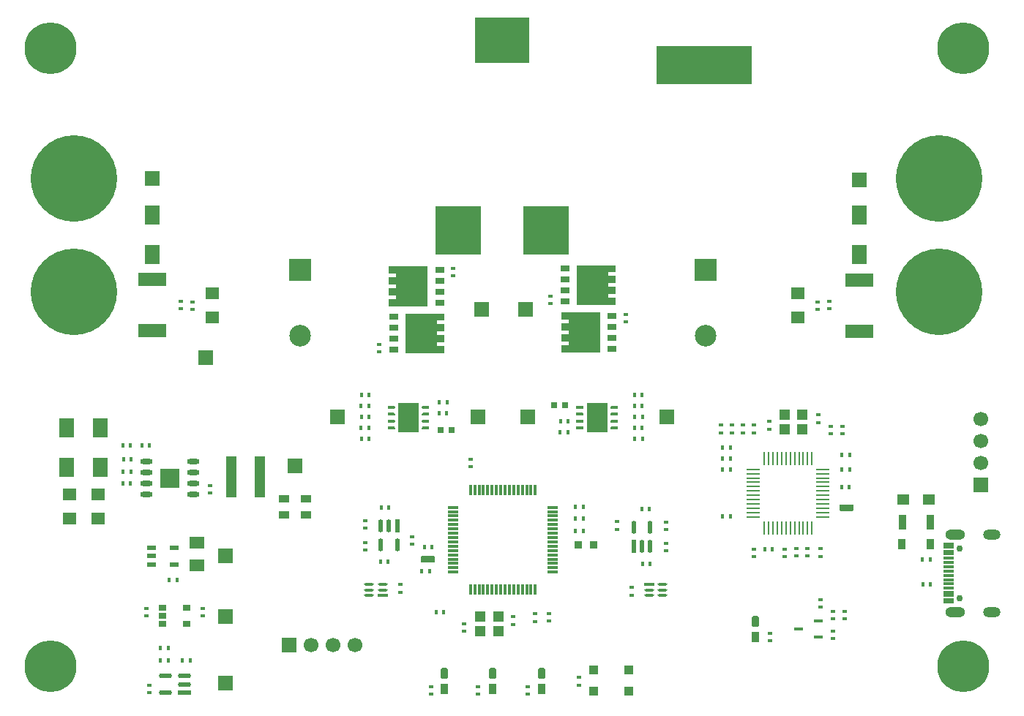
<source format=gts>
G04*
G04 #@! TF.GenerationSoftware,Altium Limited,Altium Designer,24.7.2 (38)*
G04*
G04 Layer_Color=8388736*
%FSLAX44Y44*%
%MOMM*%
G71*
G04*
G04 #@! TF.SameCoordinates,1A42ED2C-D2DC-4C4E-9266-FAA71F5D9F86*
G04*
G04*
G04 #@! TF.FilePolarity,Negative*
G04*
G01*
G75*
%ADD22O,0.2500X1.5500*%
%ADD23O,1.5500X0.2500*%
%ADD24R,0.5000X0.4000*%
%ADD25R,1.3000X1.2000*%
%ADD26R,0.4000X0.5000*%
%ADD27R,1.3500X1.2000*%
%ADD28R,0.8500X1.8000*%
%ADD29R,1.1500X0.3000*%
%ADD30R,1.1481X0.2997*%
%ADD31R,0.9140X1.2190*%
%ADD32R,1.0000X0.4500*%
%ADD33R,0.8890X1.2700*%
G04:AMPARAMS|DCode=34|XSize=1.27mm|YSize=0.889mm|CornerRadius=0mm|HoleSize=0mm|Usage=FLASHONLY|Rotation=90.000|XOffset=0mm|YOffset=0mm|HoleType=Round|Shape=Octagon|*
%AMOCTAGOND34*
4,1,8,0.2223,0.6350,-0.2223,0.6350,-0.4445,0.4128,-0.4445,-0.4128,-0.2223,-0.6350,0.2223,-0.6350,0.4445,-0.4128,0.4445,0.4128,0.2223,0.6350,0.0*
%
%ADD34OCTAGOND34*%

%ADD35R,1.1000X1.0000*%
%ADD36R,0.5721X1.5052*%
G04:AMPARAMS|DCode=37|XSize=1.5052mm|YSize=0.5721mm|CornerRadius=0.2861mm|HoleSize=0mm|Usage=FLASHONLY|Rotation=270.000|XOffset=0mm|YOffset=0mm|HoleType=Round|Shape=RoundedRectangle|*
%AMROUNDEDRECTD37*
21,1,1.5052,0.0000,0,0,270.0*
21,1,0.9331,0.5721,0,0,270.0*
1,1,0.5721,0.0000,-0.4666*
1,1,0.5721,0.0000,0.4666*
1,1,0.5721,0.0000,0.4666*
1,1,0.5721,0.0000,-0.4666*
%
%ADD37ROUNDEDRECTD37*%
%ADD38R,1.1640X0.3358*%
G04:AMPARAMS|DCode=39|XSize=1.164mm|YSize=0.3358mm|CornerRadius=0.1679mm|HoleSize=0mm|Usage=FLASHONLY|Rotation=180.000|XOffset=0mm|YOffset=0mm|HoleType=Round|Shape=RoundedRectangle|*
%AMROUNDEDRECTD39*
21,1,1.1640,0.0000,0,0,180.0*
21,1,0.8281,0.3358,0,0,180.0*
1,1,0.3358,-0.4141,0.0000*
1,1,0.3358,0.4141,0.0000*
1,1,0.3358,0.4141,0.0000*
1,1,0.3358,-0.4141,0.0000*
%
%ADD39ROUNDEDRECTD39*%
%ADD40R,0.8890X0.8890*%
%ADD41R,0.7620X0.7620*%
%ADD42R,1.2000X0.3000*%
%ADD43R,0.3000X1.2000*%
G04:AMPARAMS|DCode=44|XSize=1.5052mm|YSize=0.5721mm|CornerRadius=0.2861mm|HoleSize=0mm|Usage=FLASHONLY|Rotation=180.000|XOffset=0mm|YOffset=0mm|HoleType=Round|Shape=RoundedRectangle|*
%AMROUNDEDRECTD44*
21,1,1.5052,0.0000,0,0,180.0*
21,1,0.9331,0.5721,0,0,180.0*
1,1,0.5721,-0.4666,0.0000*
1,1,0.5721,0.4666,0.0000*
1,1,0.5721,0.4666,0.0000*
1,1,0.5721,-0.4666,0.0000*
%
%ADD44ROUNDEDRECTD44*%
%ADD45R,1.5052X0.5721*%
%ADD46R,0.9500X0.6500*%
%ADD47R,1.8000X1.4000*%
%ADD48R,1.2700X0.8890*%
%ADD49R,1.1800X4.7000*%
%ADD50R,1.0500X0.6000*%
%ADD51R,2.3000X2.3000*%
%ADD52O,1.4500X0.6000*%
%ADD53R,1.5748X1.3970*%
%ADD54R,1.7500X2.2000*%
%ADD55R,3.2000X1.6500*%
%ADD56R,6.3500X5.2800*%
%ADD57R,5.3300X5.5900*%
%ADD58R,1.0000X0.8000*%
%ADD59R,11.0000X4.5000*%
%ADD60R,1.1600X0.5900*%
%ADD61R,2.4500X3.3800*%
%ADD62C,0.3150*%
%ADD63R,1.7000X1.7000*%
%ADD64C,1.7000*%
%ADD65C,0.7500*%
%ADD66O,2.0000X1.2000*%
%ADD67O,2.3000X1.2000*%
%ADD68R,1.7000X1.7000*%
%ADD69C,10.0000*%
%ADD70R,2.5000X2.5000*%
%ADD71C,2.5000*%
%ADD72C,6.0000*%
G36*
X550750Y397290D02*
X543452D01*
X542900Y397518D01*
X542478Y397940D01*
X542250Y398492D01*
Y398790D01*
Y399290D01*
Y399588D01*
X542478Y400140D01*
X542900Y400562D01*
X543452Y400790D01*
X550750D01*
Y397290D01*
D02*
G37*
G36*
X510600Y400562D02*
X511022Y400140D01*
X511250Y399588D01*
Y399290D01*
Y398790D01*
Y398492D01*
X511022Y397940D01*
X510600Y397518D01*
X510048Y397290D01*
X502750D01*
Y400790D01*
X510048D01*
X510600Y400562D01*
D02*
G37*
G36*
X550750Y389290D02*
X543750Y389290D01*
X543452D01*
X542900Y389518D01*
X542478Y389940D01*
X542250Y390492D01*
Y390790D01*
Y391290D01*
Y391588D01*
X542478Y392140D01*
X542900Y392562D01*
X543452Y392790D01*
X550750D01*
Y389290D01*
D02*
G37*
G36*
X510600Y392562D02*
X511022Y392140D01*
X511250Y391588D01*
Y391290D01*
Y390790D01*
Y390492D01*
X511022Y389940D01*
X510600Y389518D01*
X510048Y389290D01*
X509750D01*
Y389290D01*
X502750D01*
Y392790D01*
X510048D01*
X510600Y392562D01*
D02*
G37*
G36*
X555981Y242764D02*
X556109Y242738D01*
X556233Y242696D01*
X556351Y242638D01*
X556460Y242565D01*
X556559Y242479D01*
X556645Y242380D01*
X556718Y242271D01*
X556776Y242153D01*
X556818Y242029D01*
X556843Y241901D01*
X556852Y241770D01*
Y236270D01*
X556843Y236139D01*
X556818Y236011D01*
X556776Y235886D01*
X556718Y235769D01*
X556645Y235660D01*
X556559Y235561D01*
X556460Y235475D01*
X556351Y235402D01*
X556233Y235344D01*
X556109Y235302D01*
X555981Y235276D01*
X555850Y235268D01*
X548200D01*
X548069Y235276D01*
X547941Y235302D01*
X547817Y235344D01*
X547699Y235402D01*
X547625Y235452D01*
X547551Y235402D01*
X547434Y235344D01*
X547309Y235302D01*
X547181Y235276D01*
X547050Y235268D01*
X542250D01*
X542119Y235276D01*
X541991Y235302D01*
X541866Y235344D01*
X541749Y235402D01*
X541640Y235475D01*
X541541Y235561D01*
X541455Y235660D01*
X541382Y235769D01*
X541324Y235886D01*
X541282Y236011D01*
X541256Y236139D01*
X541248Y236270D01*
Y241770D01*
X541256Y241901D01*
X541282Y242029D01*
X541324Y242153D01*
X541382Y242271D01*
X541455Y242380D01*
X541541Y242479D01*
X541640Y242565D01*
X541749Y242638D01*
X541866Y242696D01*
X541991Y242738D01*
X542119Y242764D01*
X542250Y242772D01*
X547050D01*
X547181Y242764D01*
X547309Y242738D01*
X547402Y242707D01*
X547434Y242696D01*
X547551Y242638D01*
X547660Y242565D01*
X547725Y242508D01*
X547790Y242565D01*
X547899Y242638D01*
X548017Y242696D01*
X548141Y242738D01*
X548269Y242764D01*
X548400Y242772D01*
X555850D01*
X555981Y242764D01*
D02*
G37*
G36*
X548880Y532200D02*
X503880D01*
Y540100D01*
X512380D01*
Y544800D01*
X503880D01*
Y552800D01*
X512380D01*
Y557500D01*
X503880D01*
Y565500D01*
X512380D01*
Y570200D01*
X503880D01*
Y578200D01*
X548880D01*
Y532200D01*
D02*
G37*
G36*
X568540Y515790D02*
X560040D01*
Y511090D01*
X568540D01*
Y503090D01*
X560040D01*
Y498390D01*
X568540D01*
Y490390D01*
X560040D01*
Y485690D01*
X568540D01*
Y477690D01*
X523540D01*
Y523690D01*
X568540D01*
Y515790D01*
D02*
G37*
G36*
X550750Y413290D02*
X543452D01*
X542900Y413518D01*
X542478Y413940D01*
X542250Y414492D01*
Y414790D01*
Y415290D01*
Y415588D01*
X542478Y416140D01*
X542900Y416562D01*
X543452Y416790D01*
X543750D01*
Y416790D01*
X550750D01*
Y413290D01*
D02*
G37*
G36*
X509750Y416790D02*
X510048D01*
X510600Y416562D01*
X511022Y416140D01*
X511250Y415588D01*
Y415290D01*
Y414790D01*
Y414492D01*
X511022Y413940D01*
X510600Y413518D01*
X510048Y413290D01*
X502750D01*
Y416790D01*
X509750Y416790D01*
D02*
G37*
G36*
X550750Y405290D02*
X543452D01*
X542900Y405518D01*
X542478Y405940D01*
X542250Y406492D01*
Y406790D01*
Y407290D01*
Y407588D01*
X542478Y408140D01*
X542900Y408562D01*
X543452Y408790D01*
X550750D01*
Y405290D01*
D02*
G37*
G36*
X510600Y408562D02*
X511022Y408140D01*
X511250Y407588D01*
Y407290D01*
Y406790D01*
Y406492D01*
X511022Y405940D01*
X510600Y405518D01*
X510048Y405290D01*
X502750D01*
Y408790D01*
X510048D01*
X510600Y408562D01*
D02*
G37*
G36*
X766660Y571670D02*
X758160D01*
Y566970D01*
X766660D01*
Y558970D01*
X758160D01*
Y554270D01*
X766660D01*
Y546270D01*
X758160D01*
Y541570D01*
X766660D01*
Y533570D01*
X721660D01*
Y579570D01*
X766660D01*
Y571670D01*
D02*
G37*
G36*
X748270Y478860D02*
X703270D01*
Y486760D01*
X711770D01*
Y491460D01*
X703270D01*
Y499460D01*
X711770D01*
Y504160D01*
X703270D01*
Y512160D01*
X711770D01*
Y516860D01*
X703270D01*
Y524860D01*
X748270D01*
Y478860D01*
D02*
G37*
G36*
X768870Y413290D02*
X761572D01*
X761020Y413518D01*
X760598Y413940D01*
X760370Y414492D01*
Y414790D01*
Y415290D01*
Y415588D01*
X760598Y416140D01*
X761020Y416562D01*
X761572Y416790D01*
X761870D01*
Y416790D01*
X768870D01*
Y413290D01*
D02*
G37*
G36*
X727870Y416790D02*
X728168D01*
X728720Y416562D01*
X729142Y416140D01*
X729370Y415588D01*
Y415290D01*
Y414790D01*
Y414492D01*
X729142Y413940D01*
X728720Y413518D01*
X728168Y413290D01*
X720870D01*
Y416790D01*
X727870Y416790D01*
D02*
G37*
G36*
X768870Y405290D02*
X761572D01*
X761020Y405518D01*
X760598Y405940D01*
X760370Y406492D01*
Y406790D01*
Y407290D01*
Y407588D01*
X760598Y408140D01*
X761020Y408562D01*
X761572Y408790D01*
X768870D01*
Y405290D01*
D02*
G37*
G36*
X728720Y408562D02*
X729142Y408140D01*
X729370Y407588D01*
Y407290D01*
Y406790D01*
Y406492D01*
X729142Y405940D01*
X728720Y405518D01*
X728168Y405290D01*
X720870D01*
Y408790D01*
X728168D01*
X728720Y408562D01*
D02*
G37*
G36*
X768870Y397290D02*
X761572D01*
X761020Y397518D01*
X760598Y397940D01*
X760370Y398492D01*
Y398790D01*
Y399290D01*
Y399588D01*
X760598Y400140D01*
X761020Y400562D01*
X761572Y400790D01*
X768870D01*
Y397290D01*
D02*
G37*
G36*
X728720Y400562D02*
X729142Y400140D01*
X729370Y399588D01*
Y399290D01*
Y398790D01*
Y398492D01*
X729142Y397940D01*
X728720Y397518D01*
X728168Y397290D01*
X720870D01*
Y400790D01*
X728168D01*
X728720Y400562D01*
D02*
G37*
G36*
X768870Y389290D02*
X761870Y389290D01*
X761572D01*
X761020Y389518D01*
X760598Y389940D01*
X760370Y390492D01*
Y390790D01*
Y391290D01*
Y391588D01*
X760598Y392140D01*
X761020Y392562D01*
X761572Y392790D01*
X768870D01*
Y389290D01*
D02*
G37*
G36*
X728720Y392562D02*
X729142Y392140D01*
X729370Y391588D01*
Y391290D01*
Y390790D01*
Y390492D01*
X729142Y389940D01*
X728720Y389518D01*
X728168Y389290D01*
X727870D01*
Y389290D01*
X720870D01*
Y392790D01*
X728168D01*
X728720Y392562D01*
D02*
G37*
G36*
X1040391Y302453D02*
X1040519Y302428D01*
X1040643Y302386D01*
X1040761Y302328D01*
X1040870Y302255D01*
X1040969Y302169D01*
X1041055Y302070D01*
X1041128Y301961D01*
X1041186Y301843D01*
X1041228Y301719D01*
X1041254Y301591D01*
X1041262Y301460D01*
Y295960D01*
X1041254Y295829D01*
X1041228Y295701D01*
X1041186Y295576D01*
X1041128Y295459D01*
X1041055Y295350D01*
X1040969Y295251D01*
X1040870Y295165D01*
X1040761Y295092D01*
X1040643Y295034D01*
X1040519Y294992D01*
X1040391Y294966D01*
X1040260Y294958D01*
X1032610D01*
X1032479Y294966D01*
X1032351Y294992D01*
X1032226Y295034D01*
X1032109Y295092D01*
X1032035Y295142D01*
X1031961Y295092D01*
X1031843Y295034D01*
X1031719Y294992D01*
X1031591Y294966D01*
X1031460Y294958D01*
X1026660D01*
X1026529Y294966D01*
X1026401Y294992D01*
X1026276Y295034D01*
X1026159Y295092D01*
X1026050Y295165D01*
X1025951Y295251D01*
X1025865Y295350D01*
X1025792Y295459D01*
X1025734Y295576D01*
X1025692Y295701D01*
X1025667Y295829D01*
X1025658Y295960D01*
Y301460D01*
X1025667Y301591D01*
X1025692Y301719D01*
X1025734Y301843D01*
X1025792Y301961D01*
X1025865Y302070D01*
X1025951Y302169D01*
X1026050Y302255D01*
X1026159Y302328D01*
X1026276Y302386D01*
X1026401Y302428D01*
X1026529Y302453D01*
X1026660Y302462D01*
X1031460D01*
X1031591Y302453D01*
X1031719Y302428D01*
X1031812Y302397D01*
X1031843Y302386D01*
X1031961Y302328D01*
X1032070Y302255D01*
X1032135Y302198D01*
X1032200Y302255D01*
X1032309Y302328D01*
X1032427Y302386D01*
X1032551Y302428D01*
X1032679Y302453D01*
X1032810Y302462D01*
X1040260D01*
X1040391Y302453D01*
D02*
G37*
D22*
X993484Y355984D02*
D03*
X988484D02*
D03*
X983484D02*
D03*
X978484D02*
D03*
X973484D02*
D03*
X968484D02*
D03*
X963484D02*
D03*
X958484D02*
D03*
X953484D02*
D03*
X948484D02*
D03*
X943484D02*
D03*
X938484D02*
D03*
Y275484D02*
D03*
X943484D02*
D03*
X948484D02*
D03*
X953484D02*
D03*
X958484D02*
D03*
X963484D02*
D03*
X968484D02*
D03*
X973484D02*
D03*
X978484D02*
D03*
X983484D02*
D03*
X988484D02*
D03*
X993484D02*
D03*
D23*
X925734Y343234D02*
D03*
Y338234D02*
D03*
Y333234D02*
D03*
Y328234D02*
D03*
Y323234D02*
D03*
Y318234D02*
D03*
Y313234D02*
D03*
Y308234D02*
D03*
Y303234D02*
D03*
Y298234D02*
D03*
Y293234D02*
D03*
Y288234D02*
D03*
X1006234D02*
D03*
Y293234D02*
D03*
Y298234D02*
D03*
Y303234D02*
D03*
Y308234D02*
D03*
Y313234D02*
D03*
Y318234D02*
D03*
Y323234D02*
D03*
Y328234D02*
D03*
Y333234D02*
D03*
Y338234D02*
D03*
Y343234D02*
D03*
D24*
X1028971Y384879D02*
D03*
Y393379D02*
D03*
X1015001Y384879D02*
D03*
Y393379D02*
D03*
X1000999Y397501D02*
D03*
X1001000Y406500D02*
D03*
X944000Y389500D02*
D03*
X944001Y398499D02*
D03*
X925999Y385771D02*
D03*
X926000Y394770D02*
D03*
X913299Y385771D02*
D03*
Y394271D02*
D03*
X900599Y385771D02*
D03*
X900600Y394770D02*
D03*
X887899Y385771D02*
D03*
Y394271D02*
D03*
X926101Y242639D02*
D03*
Y251139D02*
D03*
X961661Y242639D02*
D03*
Y251139D02*
D03*
X988001Y242999D02*
D03*
Y251499D02*
D03*
X975301Y242999D02*
D03*
Y251499D02*
D03*
X1003001D02*
D03*
X1003000Y242500D02*
D03*
X1003571Y183559D02*
D03*
Y192059D02*
D03*
X1031509Y178861D02*
D03*
Y170361D02*
D03*
X1017539Y178861D02*
D03*
Y170361D02*
D03*
X1017540Y155810D02*
D03*
Y147310D02*
D03*
X945150Y153540D02*
D03*
Y145040D02*
D03*
X689000Y167500D02*
D03*
X689001Y176499D02*
D03*
X673370Y167210D02*
D03*
X673371Y176209D02*
D03*
X648000Y163500D02*
D03*
X648001Y172499D02*
D03*
X591000Y164500D02*
D03*
X590999Y155501D02*
D03*
X724169Y93551D02*
D03*
X724170Y102550D02*
D03*
X664479Y91891D02*
D03*
Y83391D02*
D03*
X607329Y91891D02*
D03*
Y83391D02*
D03*
X552719Y91891D02*
D03*
Y83391D02*
D03*
X476519Y283661D02*
D03*
Y275161D02*
D03*
X476521Y250259D02*
D03*
Y258759D02*
D03*
X531000Y265500D02*
D03*
X530999Y256501D02*
D03*
X517160Y200920D02*
D03*
X517161Y209919D02*
D03*
X785130Y206690D02*
D03*
X785129Y197691D02*
D03*
X824499Y282391D02*
D03*
Y273891D02*
D03*
X825001Y248999D02*
D03*
Y257499D02*
D03*
X768000Y273500D02*
D03*
X768001Y282499D02*
D03*
X598440Y355280D02*
D03*
X598439Y346281D02*
D03*
X226999Y84501D02*
D03*
X227000Y93500D02*
D03*
X223790Y173560D02*
D03*
X223791Y182559D02*
D03*
X288560Y173560D02*
D03*
X288561Y182559D02*
D03*
X297450Y315800D02*
D03*
X297451Y324799D02*
D03*
X1013731Y528909D02*
D03*
Y537409D02*
D03*
X999761Y528161D02*
D03*
X999762Y537160D02*
D03*
X778001Y513999D02*
D03*
Y522499D02*
D03*
X691149Y544011D02*
D03*
Y535511D02*
D03*
X493029Y488131D02*
D03*
Y479631D02*
D03*
X578121Y567759D02*
D03*
Y576259D02*
D03*
X277130Y528161D02*
D03*
X277131Y537160D02*
D03*
X263161Y528909D02*
D03*
Y537409D02*
D03*
D25*
X982500Y389500D02*
D03*
X961500D02*
D03*
Y406500D02*
D03*
X982500D02*
D03*
X630530Y172590D02*
D03*
X609530D02*
D03*
Y155590D02*
D03*
X630530D02*
D03*
D26*
X898849Y368559D02*
D03*
X890349D02*
D03*
Y355859D02*
D03*
X898849D02*
D03*
X890349Y343159D02*
D03*
X898849D02*
D03*
X1028281Y359671D02*
D03*
X1037280Y359670D02*
D03*
X1028281Y343161D02*
D03*
X1037280Y343160D02*
D03*
X1036781Y322841D02*
D03*
X1028281D02*
D03*
X898849Y288549D02*
D03*
X889850Y288550D02*
D03*
X1121501Y239001D02*
D03*
X1130001D02*
D03*
X1121999Y209999D02*
D03*
X1130499D02*
D03*
X947881Y250451D02*
D03*
X939381D02*
D03*
X567769Y177999D02*
D03*
X558770Y178000D02*
D03*
X503001Y236001D02*
D03*
X494501D02*
D03*
X494999Y298999D02*
D03*
X503499D02*
D03*
X553641Y252991D02*
D03*
X545141D02*
D03*
X541870Y225050D02*
D03*
X550869Y225049D02*
D03*
X728670Y272040D02*
D03*
X719671Y272041D02*
D03*
X728670Y286010D02*
D03*
X719671Y286011D02*
D03*
X728670Y299980D02*
D03*
X719671Y299981D02*
D03*
X806001Y234001D02*
D03*
X797501D02*
D03*
X796999Y296999D02*
D03*
X805499D02*
D03*
X797379Y378549D02*
D03*
X788380Y378550D02*
D03*
X788381Y391251D02*
D03*
X796881D02*
D03*
X797379Y403949D02*
D03*
X788380Y403950D02*
D03*
X788381Y416651D02*
D03*
X796881D02*
D03*
X788381Y429351D02*
D03*
X796881D02*
D03*
X702021Y386171D02*
D03*
X711020Y386170D02*
D03*
X711019Y398869D02*
D03*
X702519D02*
D03*
X562190Y420630D02*
D03*
X571189Y420629D02*
D03*
X571001Y408001D02*
D03*
X562501D02*
D03*
X472519Y429519D02*
D03*
X481019D02*
D03*
X481020Y416820D02*
D03*
X472021Y416821D02*
D03*
X472519Y404119D02*
D03*
X481019D02*
D03*
X481020Y391420D02*
D03*
X472021Y391421D02*
D03*
X472519Y378719D02*
D03*
X481019D02*
D03*
X274009Y122179D02*
D03*
X265509D02*
D03*
X248609Y136149D02*
D03*
X239610Y136150D02*
D03*
X248609Y122179D02*
D03*
X240109D02*
D03*
X258770Y214890D02*
D03*
X249771Y214891D02*
D03*
X227250Y370730D02*
D03*
X218750D02*
D03*
X196720D02*
D03*
X205220D02*
D03*
X197120Y354590D02*
D03*
X205620D02*
D03*
X196430Y340620D02*
D03*
X205429Y340619D02*
D03*
X196680Y326650D02*
D03*
X205180D02*
D03*
D27*
X1099310Y308600D02*
D03*
X1128810D02*
D03*
D28*
X1097810Y281930D02*
D03*
X1130310D02*
D03*
D29*
X1151605Y189539D02*
D03*
Y192539D02*
D03*
X1151631Y197540D02*
D03*
Y200540D02*
D03*
X1151586Y210540D02*
D03*
X1151609Y215538D02*
D03*
X1151590Y220540D02*
D03*
X1151605Y225539D02*
D03*
X1151590Y230540D02*
D03*
Y240539D02*
D03*
X1151590Y245539D02*
D03*
Y248541D02*
D03*
X1151590Y253540D02*
D03*
Y256539D02*
D03*
D30*
X1151591Y205540D02*
D03*
X1151590Y235539D02*
D03*
D31*
X1097677Y256530D02*
D03*
X1130443D02*
D03*
D32*
X1001030Y148850D02*
D03*
Y167850D02*
D03*
X978350Y158350D02*
D03*
D33*
X927625Y149539D02*
D03*
X680925Y89161D02*
D03*
X623840Y89160D02*
D03*
X568468D02*
D03*
D34*
X927625Y167319D02*
D03*
X680925Y106941D02*
D03*
X623840Y106940D02*
D03*
X568468D02*
D03*
D35*
X781320Y86620D02*
D03*
X741320D02*
D03*
X781320Y110620D02*
D03*
X741320D02*
D03*
D36*
X513740Y278124D02*
D03*
X787280Y254526D02*
D03*
D37*
X504240Y278124D02*
D03*
X494740D02*
D03*
Y256114D02*
D03*
X513740D02*
D03*
X796780Y254526D02*
D03*
X806280D02*
D03*
Y276536D02*
D03*
X787280D02*
D03*
D38*
X496740Y197180D02*
D03*
X805450Y210180D02*
D03*
D39*
X496740Y203680D02*
D03*
Y210180D02*
D03*
X481338D02*
D03*
Y203680D02*
D03*
Y197180D02*
D03*
X805450Y203680D02*
D03*
Y197180D02*
D03*
X820852D02*
D03*
Y203680D02*
D03*
Y210180D02*
D03*
D40*
X722900Y255530D02*
D03*
X740680D02*
D03*
D41*
X694939Y417919D02*
D03*
X707939D02*
D03*
X564001Y388881D02*
D03*
X577001D02*
D03*
D42*
X578500Y224260D02*
D03*
Y229260D02*
D03*
Y234260D02*
D03*
Y239260D02*
D03*
Y244260D02*
D03*
Y249260D02*
D03*
Y254260D02*
D03*
Y259260D02*
D03*
Y264260D02*
D03*
Y269260D02*
D03*
Y274260D02*
D03*
Y279260D02*
D03*
Y284260D02*
D03*
Y289260D02*
D03*
Y294260D02*
D03*
Y299260D02*
D03*
X693500D02*
D03*
Y294260D02*
D03*
Y289260D02*
D03*
Y284260D02*
D03*
Y279260D02*
D03*
Y274260D02*
D03*
Y269260D02*
D03*
Y264260D02*
D03*
Y259260D02*
D03*
Y254260D02*
D03*
Y249260D02*
D03*
Y244260D02*
D03*
Y239260D02*
D03*
Y234260D02*
D03*
Y229260D02*
D03*
Y224260D02*
D03*
D43*
X598500Y319260D02*
D03*
X603500D02*
D03*
X608500D02*
D03*
X613500D02*
D03*
X618500D02*
D03*
X623500D02*
D03*
X628500D02*
D03*
X633500D02*
D03*
X638500D02*
D03*
X643500D02*
D03*
X648500D02*
D03*
X653500D02*
D03*
X658500D02*
D03*
X663500D02*
D03*
X668500D02*
D03*
X673500D02*
D03*
Y204260D02*
D03*
X668500D02*
D03*
X663500D02*
D03*
X658500D02*
D03*
X653500D02*
D03*
X648500D02*
D03*
X643500D02*
D03*
X638500D02*
D03*
X633500D02*
D03*
X628500D02*
D03*
X623500D02*
D03*
X618500D02*
D03*
X613500D02*
D03*
X608500D02*
D03*
X603500D02*
D03*
X598500D02*
D03*
D44*
X245964Y84960D02*
D03*
Y103960D02*
D03*
X267974D02*
D03*
Y94460D02*
D03*
D45*
Y84960D02*
D03*
D46*
X269756Y183320D02*
D03*
Y164320D02*
D03*
X242256D02*
D03*
Y173820D02*
D03*
Y183320D02*
D03*
D47*
X282210Y232370D02*
D03*
Y258370D02*
D03*
D48*
X382541Y309479D02*
D03*
Y290479D02*
D03*
X407941Y309479D02*
D03*
Y290479D02*
D03*
D49*
X354640Y334270D02*
D03*
X321540D02*
D03*
D50*
X229590Y252330D02*
D03*
Y242830D02*
D03*
Y233330D02*
D03*
X256090D02*
D03*
Y252330D02*
D03*
D51*
X250460Y333000D02*
D03*
D52*
X223210Y352050D02*
D03*
Y339350D02*
D03*
Y326650D02*
D03*
Y313950D02*
D03*
X277710Y352050D02*
D03*
Y339350D02*
D03*
Y326650D02*
D03*
Y313950D02*
D03*
D53*
X167910Y285980D02*
D03*
Y314480D02*
D03*
X134890Y285980D02*
D03*
Y314480D02*
D03*
X976900Y547411D02*
D03*
Y518910D02*
D03*
X299990Y547411D02*
D03*
Y518910D02*
D03*
D54*
X170450Y391560D02*
D03*
Y345560D02*
D03*
X131080Y391560D02*
D03*
Y345560D02*
D03*
X1048020Y637940D02*
D03*
Y591940D02*
D03*
X230140Y592033D02*
D03*
Y638032D02*
D03*
D55*
X1048020Y503159D02*
D03*
Y562659D02*
D03*
X230140Y563159D02*
D03*
Y503659D02*
D03*
D56*
X635300Y840374D02*
D03*
D57*
X686050Y619624D02*
D03*
X584550D02*
D03*
D58*
X762270Y520960D02*
D03*
Y508260D02*
D03*
Y495560D02*
D03*
Y482860D02*
D03*
X707660Y537470D02*
D03*
Y550170D02*
D03*
Y562870D02*
D03*
Y575570D02*
D03*
X509540Y481590D02*
D03*
Y494290D02*
D03*
Y506990D02*
D03*
Y519690D02*
D03*
X562880Y574300D02*
D03*
Y561600D02*
D03*
Y548900D02*
D03*
Y536200D02*
D03*
D59*
X869000Y811500D02*
D03*
D60*
X1151600Y247050D02*
D03*
D61*
X744870Y403040D02*
D03*
X526750Y403040D02*
D03*
D62*
X764620Y415040D02*
D03*
Y407040D02*
D03*
Y399040D02*
D03*
Y391040D02*
D03*
X725120D02*
D03*
Y399040D02*
D03*
Y407040D02*
D03*
Y415040D02*
D03*
X507000Y391040D02*
D03*
Y399040D02*
D03*
Y407040D02*
D03*
Y415040D02*
D03*
X546500D02*
D03*
Y407040D02*
D03*
Y399040D02*
D03*
Y391040D02*
D03*
D63*
X1189000Y324900D02*
D03*
X826000Y404000D02*
D03*
X664480Y404120D02*
D03*
X607330D02*
D03*
X395240Y346970D02*
D03*
X1048020Y678440D02*
D03*
X661940Y528580D02*
D03*
X611140D02*
D03*
X230140Y679710D02*
D03*
X292370Y472700D02*
D03*
X444770Y404120D02*
D03*
D64*
X1189000Y350300D02*
D03*
Y375700D02*
D03*
Y401100D02*
D03*
X414290Y139960D02*
D03*
X465090D02*
D03*
X439690D02*
D03*
D65*
X1164590Y194141D02*
D03*
Y251941D02*
D03*
D66*
X1201090Y178040D02*
D03*
X1201090Y268041D02*
D03*
D67*
X1159590Y268039D02*
D03*
X1159590Y178039D02*
D03*
D68*
X388890Y139960D02*
D03*
X315230Y95510D02*
D03*
Y172980D02*
D03*
Y242830D02*
D03*
D69*
X1140730Y679710D02*
D03*
Y548900D02*
D03*
X139970D02*
D03*
Y679710D02*
D03*
D70*
X870601Y574300D02*
D03*
X401590D02*
D03*
D71*
X870601Y498300D02*
D03*
X401590D02*
D03*
D72*
X1168200Y115000D02*
D03*
Y830400D02*
D03*
X112500Y115000D02*
D03*
Y830400D02*
D03*
M02*

</source>
